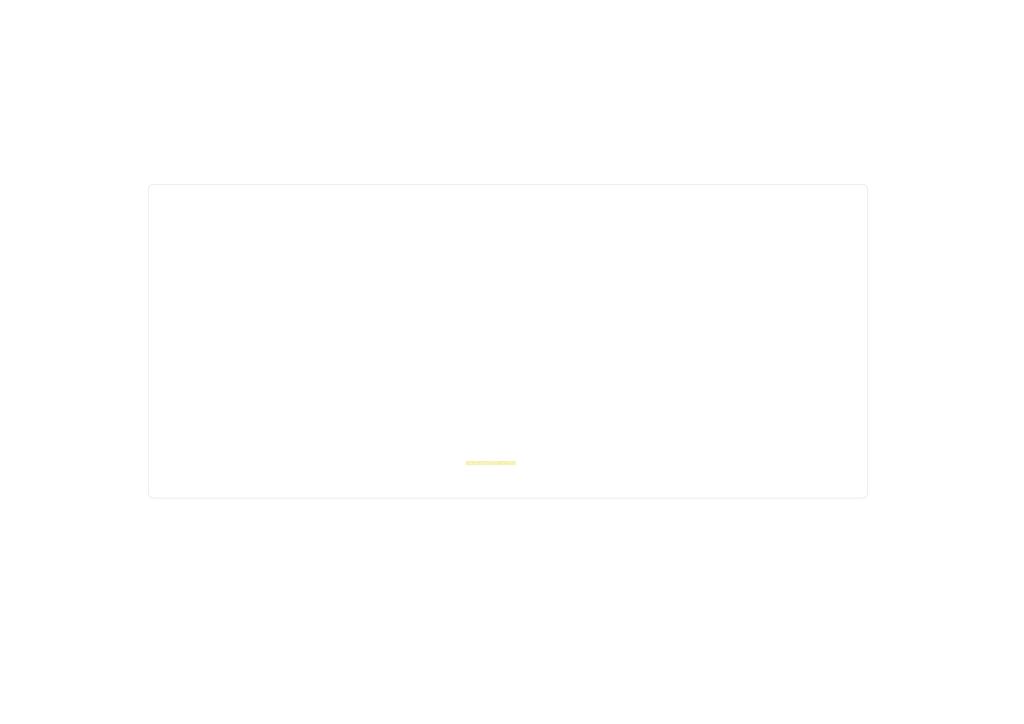
<source format=kicad_pcb>


(kicad_pcb
  (version 20240108)
  (generator "ergogen")
  (generator_version "4.1.0")
  (general
    (thickness 1.6)
    (legacy_teardrops no)
  )
  (paper "A3")
  (title_block
    (title "GlyphMatrix_Plate")
    (date "2025-07-03")
    (rev "0.3.4")
    (company "Allen Choi")
  )

  (layers
    (0 "F.Cu" signal)
    (31 "B.Cu" signal)
    (32 "B.Adhes" user "B.Adhesive")
    (33 "F.Adhes" user "F.Adhesive")
    (34 "B.Paste" user)
    (35 "F.Paste" user)
    (36 "B.SilkS" user "B.Silkscreen")
    (37 "F.SilkS" user "F.Silkscreen")
    (38 "B.Mask" user)
    (39 "F.Mask" user)
    (40 "Dwgs.User" user "User.Drawings")
    (41 "Cmts.User" user "User.Comments")
    (42 "Eco1.User" user "User.Eco1")
    (43 "Eco2.User" user "User.Eco2")
    (44 "Edge.Cuts" user)
    (45 "Margin" user)
    (46 "B.CrtYd" user "B.Courtyard")
    (47 "F.CrtYd" user "F.Courtyard")
    (48 "B.Fab" user)
    (49 "F.Fab" user)
  )

  (setup
    (pad_to_mask_clearance 0.05)
    (allow_soldermask_bridges_in_footprints no)
    (pcbplotparams
      (layerselection 0x00010fc_ffffffff)
      (plot_on_all_layers_selection 0x0000000_00000000)
      (disableapertmacros no)
      (usegerberextensions no)
      (usegerberattributes yes)
      (usegerberadvancedattributes yes)
      (creategerberjobfile yes)
      (dashed_line_dash_ratio 12.000000)
      (dashed_line_gap_ratio 3.000000)
      (svgprecision 4)
      (plotframeref no)
      (viasonmask no)
      (mode 1)
      (useauxorigin no)
      (hpglpennumber 1)
      (hpglpenspeed 20)
      (hpglpendiameter 15.000000)
      (pdf_front_fp_property_popups yes)
      (pdf_back_fp_property_popups yes)
      (dxfpolygonmode yes)
      (dxfimperialunits yes)
      (dxfusepcbnewfont yes)
      (psnegative no)
      (psa4output no)
      (plotreference yes)
      (plotvalue yes)
      (plotfptext yes)
      (plotinvisibletext no)
      (sketchpadsonfab no)
      (subtractmaskfromsilk no)
      (outputformat 1)
      (mirror no)
      (drillshape 1)
      (scaleselection 1)
      (outputdirectory "")
    )
  )

  (net 0 "")
(net 1 "GND")

  
  (zone
    (net 1)
    (net_name "GND")
    (locked no)
    (layers "F&B.Cu")
    
    (hatch edge 0.5)
    
    (connect_pads 
      (clearance 0.508)
    )
    (min_thickness 0.25)
    (filled_areas_thickness no)
    (fill 
      yes
      (thermal_gap 0.5)
      (thermal_bridge_width 0.5)
      (smoothing chamfer)
      (radius 0.5)
      (island_removal_mode 1)
      (island_area_min 5)
      
      
      
      
      
      
      
    )
    (polygon
      (pts
        (xy 0 0) (xy 420 0) (xy 420 297) (xy 0 297) 
      )
    )
  )
    

  (gr_text "OminCode:9001 v0.3.4"
    (at 201.20625 190.0125 0)
    (layer "F.SilkS" knockout)
    (effects
      (font (face "KiCad Font")
        (size 1.2 1.2)
        (thickness 0.15)
        
        
      )
      
    )
  )
      
  (gr_line (start 60.875 202.3) (end 60.875 77.7125) (layer Edge.Cuts) (stroke (width 0.15) (type default)))
(gr_line (start 62.875 75.7125) (end 353.82500000000005 75.7125) (layer Edge.Cuts) (stroke (width 0.15) (type default)))
(gr_line (start 355.82500000000005 77.7125) (end 355.82500000000005 202.3) (layer Edge.Cuts) (stroke (width 0.15) (type default)))
(gr_line (start 353.82500000000005 204.3) (end 62.875 204.3) (layer Edge.Cuts) (stroke (width 0.15) (type default)))
(gr_arc (start 62.875 75.7125) (mid 61.4607864 76.29828640000001) (end 60.875 77.7125) (layer Edge.Cuts) (stroke (width 0.15) (type default)))
(gr_arc (start 355.82500000000005 77.7125) (mid 355.2392136 76.29828640000001) (end 353.82500000000005 75.7125) (layer Edge.Cuts) (stroke (width 0.15) (type default)))
(gr_arc (start 353.82500000000005 204.3) (mid 355.2392136 203.71421360000002) (end 355.82500000000005 202.3) (layer Edge.Cuts) (stroke (width 0.15) (type default)))
(gr_arc (start 60.875 202.3) (mid 61.4607864 203.71421360000002) (end 62.875 204.3) (layer Edge.Cuts) (stroke (width 0.15) (type default)))

)


</source>
